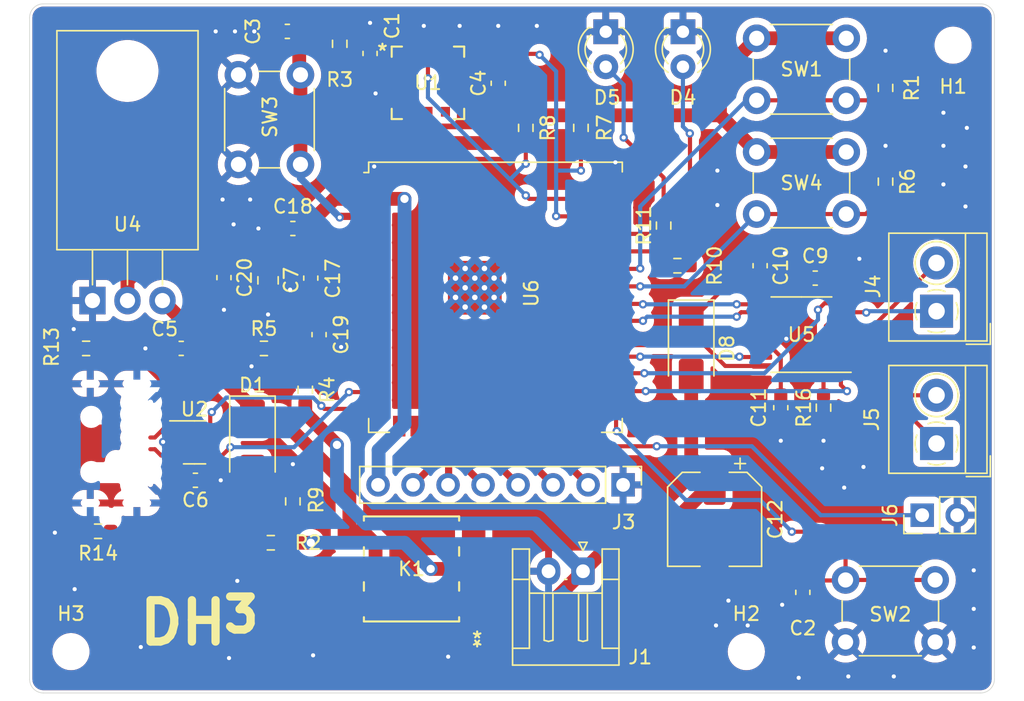
<source format=kicad_pcb>
(kicad_pcb (version 20221018) (generator pcbnew)
  (layers (0 "F.Cu" signal) (31 "B.Cu" signal) (34 "B.Paste" user) (35 "F.Paste" user) (36 "B.SilkS" user "B.Silkscreen") (37 "F.SilkS" user "F.Silkscreen") (38 "B.Mask" user) (39 "F.Mask" user) (44 "Edge.Cuts" user))
  (net 0 "")
  (net 1 "3V3")
  (net 2 "GND")
  (net 3 "VBAT")
  (net 4 "Net-(D1-K)")
  (net 5 "VBUS")
  (net 6 "RST_SCREEN")
  (net 7 "BL_SCREEN")
  (net 8 "CS")
  (net 9 "DC_SCREEN")
  (net 10 "SCK")
  (net 11 "MOSI")
  (net 12 "Net-(J4-Pin_1)")
  (net 13 "Net-(J4-Pin_2)")
  (net 14 "Net-(J5-Pin_1)")
  (net 15 "Net-(J5-Pin_2)")
  (net 16 "SCL")
  (net 17 "SDA")
  (net 22 "DRV_SLEEP")
  (net 23 "DRV_FAULT")
  (net 24 "SOLENOID_PIN_1")
  (net 25 "SOLENOID_PIN_2")
  (net 26 "MOTOR_PIN_2")
  (net 27 "MOTOR_PIN_1")
  (net 28 "Net-(U5-VCP)")
  (net 29 "Net-(U1-VO-)")
  (net 30 "Net-(U5-VINT)")
  (net 31 "Net-(D4-A)")
  (net 32 "Net-(D5-A)")
  (net 33 "Net-(J2-CC1)")
  (net 34 "Net-(J2-CC2)")
  (net 35 "Net-(U5-AISEN)")
  (net 36 "Net-(U6-EN)")
  (net 37 "Net-(U6-IO4)")
  (net 41 "Net-(U6-IO42)")
  (net 42 "Net-(U6-IO0)")
  (net 43 "Net-(U6-IO41)")
  (net 53 "Net-(U6-RXD0)")
  (net 54 "Net-(U6-TXD0)")
  (net 56 "Net-(U1-VO+)")
  (net 59 "Net-(D8-K)")
  (net 62 "Net-(J6-Pin_1)")
  (net 63 "Net-(K1-Pad2)")
  (net 64 "/D+")
  (net 65 "/D-")
  (net 66 "Net-(U6-IO19)")
  (net 67 "Net-(U6-IO20)")
  (footprint "Resistor_SMD:R_0603_1608Metric_Pad0.98x0.95mm_HandSolder" (layer "F.Cu") (at 151.9325 82.3325 -90)
    (fp_text reference "R8")
    (fp_text value "2.2K")
  )
  (footprint "Package_TO_SOT_SMD:SOT-23-6" (layer "F.Cu") (at 127.9 105.15)
    (fp_text reference "U2")
    (fp_text value "USBLC6-2SC6")
  )
  (footprint "Capacitor_SMD:C_0603_1608Metric_Pad1.08x0.95mm_HandSolder" (layer "F.Cu") (at 149.9325 79.095 90)
    (fp_text reference "C4")
    (fp_text value "1nF")
  )
  (footprint "LED_THT:LED_D3.0mm" (layer "F.Cu") (at 157.7325 75.3575 -90)
    (fp_text reference "D5")
    (fp_text value "LED")
  )
  (footprint "Button_Switch_THT:SW_PUSH_6mm" (layer "F.Cu") (at 168.6825 75.8325)
    (fp_text reference "SW1")
    (fp_text value "SW_Push")
  )
  (footprint "MountingHole:MountingHole_2.2mm_M2_ISO7380" (layer "F.Cu") (at 118.9325 120.3325)
    (fp_text reference "H3")
    (fp_text value "MountingHole")
  )
  (footprint "Capacitor_SMD:C_0603_1608Metric_Pad1.08x0.95mm_HandSolder" (layer "F.Cu") (at 168.9325 92.3325 -90)
    (fp_text reference "C10")
    (fp_text value "10uF")
  )
  (footprint "Library:11-7A801S_TOS" (layer "F.Cu") (at 143.641 114.3325 180)
    (fp_text reference "K1")
    (fp_text value "TLP4590ATP1_F")
  )
  (footprint "Resistor_SMD:R_0603_1608Metric_Pad0.98x0.95mm_HandSolder" (layer "F.Cu") (at 178.0325 79.4325 90)
    (fp_text reference "R1")
    (fp_text value "10K")
  )
  (footprint "Connector_PinHeader_2.54mm:PinHeader_1x02_P2.54mm_Vertical" (layer "F.Cu") (at 180.6925 110.4325 90)
    (fp_text reference "J6")
    (fp_text value "PPG Sensor Input")
  )
  (footprint "Resistor_SMD:R_0603_1608Metric_Pad0.98x0.95mm_HandSolder" (layer "F.Cu") (at 133.4325 112.4325)
    (fp_text reference "R2")
    (fp_text value "0")
  )
  (footprint "Resistor_SMD:R_0603_1608Metric_Pad0.98x0.95mm_HandSolder" (layer "F.Cu") (at 132.9325 98.3325)
    (fp_text reference "R5")
    (fp_text value "10K")
  )
  (footprint "Resistor_SMD:R_0603_1608Metric_Pad0.98x0.95mm_HandSolder" (layer "F.Cu") (at 135.9325 101.3325 -90)
    (fp_text reference "R4")
    (fp_text value "20K")
  )
  (footprint "Capacitor_SMD:C_0603_1608Metric_Pad1.08x0.95mm_HandSolder" (layer "F.Cu") (at 136.3325 93.2325 -90)
    (fp_text reference "C17")
    (fp_text value "22uF")
  )
  (footprint "Resistor_SMD:R_0603_1608Metric_Pad0.98x0.95mm_HandSolder" (layer "F.Cu") (at 120.9 111.6 180)
    (fp_text reference "R14")
    (fp_text value "5.1K")
  )
  (footprint "MountingHole:MountingHole_2.2mm_M2_ISO7380" (layer "F.Cu") (at 167.9325 120.3325)
    (fp_text reference "H2")
    (fp_text value "MountingHole")
  )
  (footprint "TerminalBlock_4Ucon:TerminalBlock_4Ucon_1x02_P3.50mm_Horizontal" (layer "F.Cu") (at 181.7325 95.6325 90)
    (fp_text reference "J4")
    (fp_text value "Solenoid Valve Connector")
  )
  (footprint "RF_Module:ESP32-S3-WROOM-1U" (layer "F.Cu") (at 149.7325 94.6225)
    (fp_text reference "U6")
    (fp_text value "ESP32-S3-WROOM")
  )
  (footprint "Resistor_SMD:R_0603_1608Metric_Pad0.98x0.95mm_HandSolder" (layer "F.Cu") (at 161.9325 89.42 90)
    (fp_text reference "R11")
    (fp_text value "2.2K")
  )
  (footprint "Resistor_SMD:R_0603_1608Metric_Pad0.98x0.95mm_HandSolder" (layer "F.Cu") (at 120.0325 98.3325 180)
    (fp_text reference "R13")
    (fp_text value "5.1K")
  )
  (footprint "Capacitor_SMD:C_0603_1608Metric_Pad1.08x0.95mm_HandSolder" (layer "F.Cu") (at 135.0325 89.6325 180)
    (fp_text reference "C18")
    (fp_text value "0.1uF")
  )
  (footprint "Capacitor_SMD:C_0603_1608Metric_Pad1.08x0.95mm_HandSolder" (layer "F.Cu") (at 127.9625 107.9 180)
    (fp_text reference "C6")
    (fp_text value "100nF")
  )
  (footprint "Capacitor_SMD:C_0603_1608Metric_Pad1.08x0.95mm_HandSolder" (layer "F.Cu") (at 126.9325 98.3325 180)
    (fp_text reference "C5")
    (fp_text value "10uF")
  )
  (footprint "Diode_SMD:D_SMA" (layer "F.Cu") (at 132.1 105.3 -90)
    (fp_text reference "D1")
    (fp_text value "B120-E3")
  )
  (footprint "Button_Switch_THT:SW_PUSH_6mm" (layer "F.Cu") (at 175.1325 115.1325)
    (fp_text reference "SW2")
    (fp_text value "SW_Push")
  )
  (footprint "Connector_PinHeader_2.54mm:PinHeader_1x08_P2.54mm_Vertical" (layer "F.Cu") (at 158.9925 108.2325 -90)
    (fp_text reference "J3")
    (fp_text value "Conn_01x08")
  )
  (footprint "Resistor_SMD:R_0603_1608Metric_Pad0.98x0.95mm_HandSolder" (layer "F.Cu") (at 162.9325 92.3325 180)
    (fp_text reference "R10")
    (fp_text value "2.2K")
  )
  (footprint "Resistor_SMD:R_0603_1608Metric_Pad0.98x0.95mm_HandSolder" (layer "F.Cu") (at 178.0325 86.2325 -90)
    (fp_text reference "R6")
    (fp_text value "10K")
  )
  (footprint "Package_SO:TSSOP-16_4.4x5mm_P0.65mm" (layer "F.Cu") (at 171.9325 97.3325 180)
    (fp_text reference "U5")
    (fp_text value "DRV8833PW")
  )
  (footprint "Capacitor_SMD:C_0603_1608Metric_Pad1.08x0.95mm_HandSolder" (layer "F.Cu") (at 140.6325 76.9325 90)
    (fp_text reference "C1")
    (fp_text value "0.1uF")
  )
  (footprint "Resistor_SMD:R_0603_1608Metric_Pad0.98x0.95mm_HandSolder" (layer "F.Cu") (at 173.5325 102.6325 90)
    (fp_text reference "R16")
    (fp_text value "0")
  )
  (footprint "MPRLS0025PA00001A:MPRLS_HNW" (layer "F.Cu") (at 144.832555 79.0625)
    (fp_text reference "U1")
    (fp_text value "MPRLS0025PA00001A")
  )
  (footprint "Resistor_SMD:R_0603_1608Metric_Pad0.98x0.95mm_HandSolder" (layer "F.Cu") (at 155.9325 82.3325 -90)
    (fp_text reference "R7")
    (fp_text value "2.2K")
  )
  (footprint "Capacitor_SMD:C_0603_1608Metric_Pad1.08x0.95mm_HandSolder" (layer "F.Cu") (at 170.4325 102.6325 90)
    (fp_text reference "C11")
    (fp_text value "2.2uF")
  )
  (footprint "Capacitor_SMD:C_0603_1608Metric_Pad1.08x0.95mm_HandSolder" (layer "F.Cu") (at 172.0325 116.0325 -90)
    (fp_text reference "C2")
    (fp_text value "1uF")
  )
  (footprint "Capacitor_SMD:C_0603_1608Metric_Pad1.08x0.95mm_HandSolder" (layer "F.Cu") (at 172.9325 93.2325 180)
    (fp_text reference "C9")
    (fp_text value "0.01uF")
  )
  (footprint "Button_Switch_THT:SW_PUSH_6mm" (layer "F.Cu") (at 135.5825 78.4825 -90)
    (fp_text reference "SW3")
    (fp_text value "SW_Push")
  )
  (footprint "Capacitor_SMD:CP_Elec_6.3x5.2" (layer "F.Cu") (at 165.6325 110.7325 -90)
    (fp_text reference "C12")
    (fp_text value "100uF")
  )
  (footprint "Diode_SMD:D_SMA" (layer "F.Cu") (at 163.9325 98.3325 -90)
    (fp_text reference "D8")
    (fp_text value "B120-E3")
  )
  (footprint "Resistor_SMD:R_0603_1608Metric_Pad0.98x0.95mm_HandSolder" (layer "F.Cu") (at 138.4325 76.2325 90)
    (fp_text reference "R3")
    (fp_text value "10K")
  )
  (footprint "Resistor_SMD:R_0603_1608Metric_Pad0.98x0.95mm_HandSolder" (layer "F.Cu") (at 135.0325 109.4325 90)
    (fp_text reference "R9")
    (fp_text value "100K")
  )
  (footprint "Capacitor_SMD:C_0603_1608Metric_Pad1.08x0.95mm_HandSolder" (layer "F.Cu") (at 130.0325 93.195 -90)
    (fp_text reference "C20")
    (fp_text value "10uF")
  )
  (footprint "MountingHole:MountingHole_2.2mm_M2_ISO7380" (layer "F.Cu") (at 182.9325 76.3325)
    (fp_text reference "H1")
    (fp_text value "MountingHole")
  )
  (footprint "Capacitor_SMD:C_0603_1608Metric_Pad1.08x0.95mm_HandSolder" (layer "F.Cu") (at 136.9325 97.3325 -90)
    (fp_text reference "C19")
    (fp_text value "1uF")
  )
  (footprint "Package_TO_SOT_THT:TO-220-3_Horizontal_TabDown" (layer "F.Cu") (at 120.4925 94.8625)
    (fp_text reference "U4")
    (fp_text value "LM1117T-3.3")
  )
  (footprint "Connector_JST:JST_EH_S2B-EH_1x02_P2.50mm_Horizontal" (layer "F.Cu") (at 156.0825 114.5 180)
    (fp_text reference "J1")
    (fp_text value "JST Connector")
  )
  (footprint "Capacitor_SMD:C_0603_1608Metric_Pad1.08x0.95mm_HandSolder" (layer "F.Cu") (at 134.6325 75.3325 180)
    (fp_text reference "C3")
    (fp_text value "1uF")
  )
  (footprint "Button_Switch_THT:SW_PUSH_6mm" (layer "F.Cu") (at 168.6825 84.0825)
    (fp_text reference "SW4")
    (fp_text value "SW_Push")
  )
  (footprint "LED_THT:LED_D3.0mm" (layer "F.Cu") (at 163.3325 75.3575 -90)
    (fp_text reference "D4")
    (fp_text value "LED")
  )
  (footprint "TerminalBlock_4Ucon:TerminalBlock_4Ucon_1x02_P3.50mm_Horizontal" (layer "F.Cu") (at 181.7325 105.2325 90)
    (fp_text reference "J5")
    (fp_text value "DC Pump Connector")
  )
  (footprint "Capacitor_SMD:C_0805_2012Metric_Pad1.18x1.45mm_HandSolder" (layer "F.Cu") (at 133.2325 93.395 -90)
    (fp_text reference "C7")
    (fp_text value "100uF")
  )
  (gr_line (start 185.9325 74.3325) (end 185.9325 122.3325) (stroke (width 0.05)) (layer "Edge.Cuts"))
  (gr_arc (start 184.9325 73.3325) (mid 185.639607 73.625393) (end 185.9325 74.3325) (stroke (width 0.05)) (layer "Edge.Cuts"))
  (gr_line (start 184.9325 123.3325) (end 116.9325 123.3325) (stroke (width 0.05)) (layer "Edge.Cuts"))
  (gr_arc (start 185.9325 122.3325) (mid 185.639607 123.039607) (end 184.9325 123.3325) (stroke (width 0.05)) (layer "Edge.Cuts"))
  (gr_arc (start 115.9325 74.3325) (mid 116.225393 73.625393) (end 116.9325 73.3325) (stroke (width 0.05)) (layer "Edge.Cuts"))
  (gr_arc (start 116.9325 123.3325) (mid 116.225393 123.039607) (end 115.9325 122.3325) (stroke (width 0.05)) (layer "Edge.Cuts"))
  (gr_line (start 115.9325 122.3325) (end 115.9325 74.3325) (stroke (width 0.05)) (layer "Edge.Cuts"))
  (gr_line (start 116.9325 73.3325) (end 184.9325 73.3325) (stroke (width 0.05)) (layer "Edge.Cuts"))
  (gr_text "DH^{3}" (at 123.6 120) (layer "F.SilkS") (effects (font (size 3 3) (thickness 0.6) bold) (justify left bottom)))
  (segment (start 130.0575 92.3575) (end 130.0325 92.3325) (width 1) (layer "F.Cu") (net 1))
  (segment (start 136.3325 92.37) (end 136.3325 90.07) (width 1) (layer "F.Cu") (net 1))
  (segment (start 129.4325 91.7325) (end 124.7325 91.7325) (width 1) (layer "F.Cu") (net 1))
  (segment (start 166.02 78.495) (end 168.6825 75.8325) (width 1) (layer "F.Cu") (net 1))
  (segment (start 124.7325 91.7325) (end 123.0325 93.4325) (width 1) (layer "F.Cu") (net 1))
  (segment (start 136.3325 92.37) (end 133.245 92.37) (width 1) (layer "F.Cu") (net 1))
  (segment (start 138.4325 78.795) (end 138.4325 77.145) (width 1) (layer "F.Cu") (net 1))
  (segment (start 123.0325 93.4325) (end 123.0325 94.8625) (width 1) (layer "F.Cu") (net 1))
  (segment (start 135.895 89.6325) (end 138.045 87.4825) (width 1) (layer "F.Cu") (net 1))
  (segment (start 149.92 83.4325) (end 151.9325 81.42) (width 1) (layer "F.Cu") (net 1))
  (segment (start 139.0325 83.4325) (end 139.0325 79.395) (width 1) (layer "F.Cu") (net 1))
  (segment (start 139.0325 79.395) (end 140.6325 77.795) (width 1) (layer "F.Cu") (net 1))
  (segment (start 155.9325 81.42) (end 166.02 81.42) (width 1) (layer "F.Cu") (net 1))
  (segment (start 133.2325 92.3575) (end 130.0575 92.3575) (width 1) (layer "F.Cu") (net 1))
  (segment (start 168.6825 75.8325) (end 175.1825 75.8325) (width 1) (layer "F.Cu") (net 1))
  (segment (start 138.045 87.4825) (end 139.0325 87.4825) (width 1) (layer "F.Cu") (net 1))
  (segment (start 130.0325 92.3325) (end 129.4325 91.7325) (width 1) (layer "F.Cu") (net 1))
  (segment (start 151.9325 81.42) (end 155.9325 81.42) (width 1) (layer "F.Cu") (net 1))
  (segment (start 139.0325 79.395) (end 138.4325 78.795) (width 1) (layer "F.Cu") (net 1))
  (segment (start 142.719303 77.795) (end 142.724707 77.800404) (width 1) (layer "F.Cu") (net 1))
  (segment (start 166.02 81.42) (end 168.6825 84.0825) (width 1) (layer "F.Cu") (net 1))
  (segment (start 168.6825 84.0825) (end 175.1825 84.0825) (width 1) (layer "F.Cu") (net 1))
  (segment (start 139.0325 87.4825) (end 139.0325 83.4325) (width 1) (layer "F.Cu") (net 1))
  (segment (start 133.245 92.37) (end 133.2325 92.3575) (width 1) (layer "F.Cu") (net 1))
  (segment (start 139.0325 87.4825) (end 140.9825 87.4825) (width 1) (layer "F.Cu") (net 1))
  (segment (start 166.02 81.42) (end 166.02 78.495) (width 1) (layer "F.Cu") (net 1))
  (segment (start 136.3325 90.07) (end 135.895 89.6325) (width 1) (layer "F.Cu") (net 1))
  (segment (start 140.6325 77.795) (end 142.719303 77.795) (width 1) (layer "F.Cu") (net 1))
  (segment (start 143.1325 87.4825) (end 140.9825 87.4825) (width 1) (layer "F.Cu") (net 1))
  (segment (start 139.0325 83.4325) (end 149.92 83.4325) (width 1) (layer "F.Cu") (net 1))
  (via (at 143.1325 87.4825) (size 1) (drill 0.6) (layers "F.Cu" "B.Cu") (net 1))
  (segment (start 141.2525 105.7125) (end 141.2525 108.1925) (width 1) (layer "B.Cu") (net 1))
  (segment (start 141.2525 108.1925) (end 141.2125 108.2325) (width 1) (layer "B.Cu") (net 1))
  (segment (start 143.1325 87.4825) (end 143.1325 103.8325) (width 1) (layer "B.Cu") (net 1))
  (segment (start 143.1325 103.8325) (end 141.2525 105.7125) (width 1) (layer "B.Cu") (net 1))
  (segment (start 133.77 75.3325) (end 132.2325 75.3325) (width 0.21) (layer "F.Cu") (net 2))
  (segment (start 141.5325 80.3325) (end 141.0325 79.8325) (width 0.3) (layer "F.Cu") (net 2))
  (segment (start 170.57 116.895) (end 170.5325 116.9325) (width 0.3) (layer "F.Cu") (net 2))
  (segment (start 140.9825 86.2125) (end 140.9825 85.1825) (width 0.3) (layer "F.Cu") (net 2))
  (segment (start 165.6325 115.6325) (end 166.6325 116.6325) (width 0.3) (layer "F.Cu") (net 2))
  (segment (start 126.7625 105.15) (end 125.65 105.15) (width 0.3) (layer "F.Cu") (net 2))
  (segment (start 170.695 91.47) (end 170.7325 91.4325) (width 0.3) (layer "F.Cu") (net 2))
  (segment (start 158.4825 86.2125) (end 158.4825 84.8825) (width 0.3) (layer "F.Cu") (net 2))
  (segment (start 136.3325 94.095) (end 134.8575 94.095) (width 0.3) (layer "F.Cu") (net 2))
  (segment (start 134.2075 89.6325) (end 132.5325 89.6325) (width 0.3) (layer "F.Cu") (net 2))
  (segment (start 117.765 111.7) (end 119.5875 111.7) (width 0.3) (layer "F.Cu") (net 2))
  (segment (start 125.65 105.15) (end 125.616766 105.116766) (width 0.3) (layer "F.Cu") (net 2))
  (segment (start 170.8075 97.6575) (end 170.8325 97.6325) (width 0.3) (layer "F.Cu") (net 2))
  (segment (start 136.9325 98.195) (end 138.495 98.195) (width 0.3) (layer "F.Cu") (net 2))
  (segment (start 178.0325 85.32) (end 178.0325 83.6325) (width 0.3) (layer "F.Cu") (net 2))
  (segment (start 135.0325 108.52) (end 135.0325 106.7325) (width 0.3) (layer "F.Cu") (net 2))
  (segment (start 132.02 98.3325) (end 132.02 99.62) (width 0.3) (layer "F.Cu") (net 2))
  (segment (start 168.9325 91.47) (end 170.695 91.47) (width 0.3) (layer "F.Cu") (net 2))
  (segment (start 140.6325 76.07) (end 140.6325 74.71375) (width 0.3) (layer "F.Cu") (net 2))
  (segment (start 158.4825 84.8825) (end 158.4325 84.8325) (width 0.3) (layer "F.Cu") (net 2))
  (segment (start 119.12 98.3325) (end 119.12 96.945) (width 0.3) (layer "F.Cu") (net 2))
  (segment (start 165.6325 113.5325) (end 165.6325 115.6325) (width 0.3) (layer "F.Cu") (net 2))
  (segment (start 170.4325 103.495) (end 170.4325 105.0325) (width 0.3) (layer "F.Cu") (net 2))
  (segment (start 169.07 97.6575) (end 170.8075 97.6575) (width 0.3) (layer "F.Cu") (net 2))
  (segment (start 128.825 107.9) (end 129.8 107.9) (width 0.3) (layer "F.Cu") (net 2))
  (segment (start 172.0325 116.895) (end 170.57 116.895) (width 0.3) (layer "F.Cu") (net 2))
  (segment (start 173.5325 103.545) (end 173.5325 105.0325) (width 0.3) (layer "F.Cu") (net 2))
  (segment (start 133.2325 94.4325) (end 133.2325 95.87) (width 0.3) (layer "F.Cu") (net 2))
  (segment (start 138.495 98.195) (end 138.5325 98.2325) (width 0.3) (layer "F.Cu") (net 2))
  (segment (start 132.02 99.62) (end 132.0325 99.6325) (width 0.3) (layer "F.Cu") (net 2))
  (segment (start 178.0325 76.7325) (end 178.0325 78.52) (width 0.3) (layer "F.Cu") (net 2))
  (segment (start 140.9825 85.1825) (end 140.9325 85.1325) (width 0.3) (layer "F.Cu") (net 2))
  (segment (start 126.07 98.3325) (end 124.3325 98.3325) (width 0.3) (layer "F.Cu") (net 2))
  (segment (start 130.0325 94.0575) (end 130.0325 95.5325) (width 0.3) (layer "F.Cu") (net 2))
  (segment (start 119.12 96.945) (end 119.1325 96.9325) (width 0.3) (layer "F.Cu") (net 2))
  (segment (start 142.73261 80.3325) (end 141.5325 80.3325) (width 0.3) (layer "F.Cu") (net 2))
  (via (at 129.8 107.9) (size 0.6) (drill 0.3) (layers "F.Cu" "B.Cu") (net 2))
  (via (at 131 115.2) (size 0.6) (drill 0.3) (layers "F.Cu" "B.Cu") (net 2))
  (via (at 173.4325 107.0325) (size 0.6) (drill 0.3) (layers "F.Cu" "B.Cu") (net 2))
  (via (at 136.5 120.6) (size 0.6) (drill 0.3) (layers "F.Cu" "B.Cu") (net 2))
  (via (at 170.4325 105.0325) (size 0.6) (drill 0.3) (layers "F.Cu" "B.Cu") (net 2))
  (via (at 168.0325 118.4325) (size 0.6) (drill 0.3) (layers "F.Cu" "B.Cu") (net 2))
  (via (at 138.5325 98.2325) (size 0.6) (drill 0.3) (layers "F.Cu" "B.Cu") (net 2))
  (via (at 158.4325 84.8325) (size 0.6) (drill 0.3) (layers "F.Cu" "B.Cu") (net 2))
  (via (at 134.8325 94.07) (size 0.6) (drill 0.3) (layers "F.Cu" "B.Cu") (net 2))
  (via (at 173.5325 105.0325) (size 0.6) (drill 0.3) (layers "F.Cu" "B.Cu") (net 2))
  (via (at 117.765 111.7) (size 0.6) (drill 0.3) (layers "F.Cu" "B.Cu") (net 2))
  (via (at 178.6325 122.1325) (size 0.6) (drill 0.3) (layers "F.Cu" "B.Cu") (net 2))
  (via (at 165.7325 118.4325) (size 0.6) (drill 0.3) (layers "F.Cu" "B.Cu") (net 2))
  (via (at 184.4325 114.4325) (size 0.6) (drill 0.3) (layers "F.Cu" "B.Cu") (net 2))
  (via (at 175.3325 122.1325) (size 0.6) (drill 0.3) (layers "F.Cu" "B.Cu") (net 2))
  (via (at 132.5325 89.6325) (size 0.6) (drill 0.3) (layers "F.Cu" "B.Cu") (net 2))
  (via (at 124.3325 98.3325) (size 0.6) (drill 0.3) (layers "F.Cu" "B.Cu") (net 2))
  (via (at 140.6325 74.71375) (size 0.6) (drill 0.3) (layers "F.Cu" "B.Cu") (net 2))
  (via (at 176.1325 91.8325) (size 0.6) (drill 0.3) (layers "F.Cu" "B.Cu") (net 2))
  (via (at 165.8325 85.4325) (size 0.6) (drill 0.3) (layers "F.Cu" "B.Cu") (net 2))
  (via (at 130.8325 75.3325) (size 0.6) (drill 0.3) (layers "F.Cu" "B.Cu") (net 2))
  (via (at 183.8325 88.0325) (size 0.6) (drill 0.3) (layers "F.Cu" "B.Cu") (net 2))
  (via (at 182.2325 83.6325) (size 0.6) (drill 0.3) (layers "F.Cu" "B.Cu") (net 2))
  (via (at 170.8325 97.6325) (size 0.6) (drill 0.3) (layers "F.Cu" "B.Cu") (net 2))
  (via (at 183.8325 85.1325) (size 0.6) (drill 0.3) (layers "F.Cu" "B.Cu") (net 2))
  (via (at 178.0325 76.7325) (size 0.6) (drill 0.3) (layers "F.Cu" "B.Cu") (net 2))
  (via (at 130.7325 89.3325) (size 0.6) (drill 0.3) (layers "F.Cu" "B.Cu") (net 2))
  (via (at 147.1325 74.9325) (size 0.6) (drill 0.3) (layers "F.Cu" "B.Cu") (net 2))
  (via (at 170.7325 91.4325) (size 0.6) (drill 0.3) (layers "F.Cu" "B.Cu") (net 2))
  (via (at 171.7325 122.2325) (size 0.6) (drill 0.3) (layers "F.Cu" "B.Cu") (net 2))
  (via (at 170.5325 116.9325) (size 0.6) (drill 0.3) (layers "F.Cu" "B.Cu") (net 2))
  (via (at 131.9325 87.5325) (size 0.6) (drill 0.3) (layers "F.Cu" "B.Cu") (net 2))
  (via (at 140.9325 85.1325) (size 0.6) (drill 0.3) (layers "F.Cu" "B.Cu") (net 2))
  (via (at 129.9325 87.5325) (size 0.6) (drill 0.3) (layers "F.Cu" "B.Cu") (net 2))
  (via (at 144.5325 74.9325) (size 0.6) (drill 0.3) (layers "F.Cu" "B.Cu") (net 2))
  (via (at 166.6325 116.6325) (size 0.6) (drill 0.3) (layers "F.Cu" "B.Cu") (net 2))
  (via (at 124 120) (size 0.6) (drill 0.3) (layers "F.Cu" "B.Cu") (net 2))
  (via (at 141.0325 79.8325) (size 0.6) (drill 0.3) (layers "F.Cu" "B.Cu") (net 2))
  (via (at 119.2 115.8) (size 0.6) (drill 0.3) (layers "F.Cu" "B.Cu") (net 2))
  (via (at 149.9325 74.9325) (size 0.6) (drill 0.3) (layers "F.Cu" "B.Cu") (net 2))
  (via (at 133.2325 95.87) (size 0.6) (drill 0.3) (layers "F.Cu" "B.Cu") (net 2))
  (via (at 135.0325 106.7325) (size 0.6) (drill 0.3) (layers "F.Cu" "B.Cu") (net 2))
  (via (at 152.7325 74.9325) (size 0.6) (drill 0.3) (layers "F.Cu" "B.Cu") (net 2))
  (via (at 130.0325 95.5325) (size 0.6) (drill 0.3) (layers "F.Cu" "B.Cu") (net 2))
  (via (at 125.616766 105.116766) (size 0.6) (drill 0.3) (layers "F.Cu" "B.Cu") (net 2))
  (via (at 176.4325 106.9325) (size 0.6) (drill 0.3) (layers "F.Cu" "B.Cu") (net 2))
  (via (at 175.0325 108.4325) (size 0.6) (drill 0.3) (layers "F.Cu" "B.Cu") (net 2))
  (via (at 132.2325 75.3325) (size 0.6) (drill 0.3) (layers "F.Cu" "B.Cu") (net 2))
  (via (at 184.4325 120.0325) (size 0.6) (drill 0.3) (layers "F.Cu" "B.Cu") (net 2))
  (via (at 182.2325 81.2325) (size 0.6) (drill 0.3) (layers "F.Cu" "B.Cu") (net 2))
  (via (at 132.0325 99.6325) (size 0.6) (drill 0.3) (layers "F.Cu" "B.Cu") (net 2))
  (via (at 165.8325 87.9325) (size 0.6) (drill 0.3) (layers "F.Cu" "B.Cu") (net 2))
  (via (at 119.1325 96.9325) (size 0.6) (drill 0.3) (layers "F.Cu" "B.Cu") (net 2))
  (via (at 182.2325 86.4325) (size 0.6) (drill 0.3) (layers "F.Cu" "B.Cu") (net 2))
  (via (at 183.9325 82.3325) (size 0.6) (drill 0.3) (layers "F.Cu" "B.Cu") (net 2))
  (via (at 146.3 120.7) (size 0.6) (drill 0.3) (layers "F.Cu" "B.Cu") (net 2))
  (via (at 129.4325 75.3325) (size 0.6) (drill 0.3) (layers "F.Cu" "B.Cu") (net 2))
  (via (at 178.0325 83.6325) (size 0.6) (drill 0.3) (layers "F.Cu" "B.Cu") (net 2))
  (via (at 184.4325 117.2325) (size 0.6) (drill 0.3) (layers "F.Cu" "B.Cu") (net 2))
  (via (at 130.4 120.8) (size 0.6) (drill 0.3) (layers "F.Cu" "B.Cu") (net 2))
  (segment (start 148.1495 116.8725) (end 153.71 116.8725) (width 1) (layer "F.Cu") (net 3))
  (segment (start 135.9325 103.0325) (end 138.2325 105.3325) (width 1) (layer "F.Cu") (net 3))
  (segment (start 162.4325 111.1325) (end 165.6325 107.9325) (width 1) (layer "F.Cu") (net 3))
  (segment (start 156.0825 114.5) (end 159.45 111.1325) (width 1) (layer "F.Cu") (net 3))
  (segment (start 165.6325 107.9325) (end 163.9325 106.2325) (width 1) (layer "F.Cu") (net 3))
  (segment (start 163.9325 106.2325) (end 163.9325 100.3325) (width 1) (layer "F.Cu") (net 3))
  (segment (start 159.45 111.1325) (end 162.4325 111.1325) (width 1) (layer "F.Cu") (net 3))
  (segment (start 135.9325 102.245) (end 135.9325 103.0325) (width 1) (layer "F.Cu") (net 3))
  (segment (start 153.71 116.8725) (end 156.0825 114.5) (width 1) (layer "F.Cu") (net 3))
  (via (at 138.2325 105.3325) (size 1) (drill 0.6) (layers "F.Cu" "B.Cu") (net 3))
  (segment (start 140.3325 111.0325) (end 152.615 111.0325) (width 1) (layer "B.Cu") (net 3))
  (segment (start 138.2325 108.9325) (end 140.3325 111.0325) (width 1) (layer "B.Cu") (net 3))
  (segment (start 152.615 111.0325) (end 156.0825 114.5) (width 1) (layer "B.Cu") (net 3))
  (segment (start 138.2325 105.3325) (end 138.2325 108.9325) (width 1) (layer "B.Cu") (net 3))
  (segment (start 139.1325 111.7925) (end 140.2925 111.7925) (width 1) (layer "F.Cu") (net 4))
  (segment (start 134 103.3) (end 139.1325 108.4325) (width 1) (layer "F.Cu") (net 4))
  (segment (start 132.1 103.3) (end 134 103.3) (width 1) (layer "F.Cu") (net 4))
  (segment (start 141.0325 112.5325) (end 141.0325 116.1325) (width 1) (layer "F.Cu") (net 4))
  (segment (start 127.795 98.3325) (end 132.1 102.6375) (width 1) (layer "F.Cu") (net 4))
  (segment (start 140.2925 111.7925) (end 141.0325 112.5325) (width 1) (layer "F.Cu") (net 4))
  (segment (start 132.1 102.6375) (end 132.1 103.3) (width 1) (layer "F.Cu") (net 4))
  (segment (start 141.0325 116.1325) (end 140.2925 116.8725) (width 1) (layer "F.Cu") (net 4))
  (segment (start 140.2925 116.8725) (end 139.1325 116.8725) (width 1) (layer "F.Cu") (net 4))
  (segment (start 139.1325 108.4325) (end 139.1325 111.7925) (width 1) (layer "F.Cu") (net 4))
  (segment (start 127.795 97.085) (end 127.795 98.3325) (width 1) (layer "F.Cu") (net 4))
  (segment (start 125.5725 94.8625) (end 127.795 97.085) (width 1) (layer "F.Cu") (net 4))
  (segment (start 132.52 112.4325) (end 131.1575 112.4325) (width 1) (layer "F.Cu") (net 5))
  (segment (start 131.1575 112.4325) (end 129.0625 110.3375) (width 1) (layer "F.Cu") (net 5))
  (segment (start 127.1 107.9) (end 127.1 107.28767) (width 0.52) (layer "F.Cu") (net 5))
  (segment (start 127.1 108.375) (end 127.1 107.9) (width 1) (layer "F.Cu") (net 5))
  (segment (start 129.0625 110.3375) (end 127.1 108.375) (width 1) (layer "F.Cu") (net 5))
  (segment (start 127.915 105.69733) (end 128.46233 105.15) (width 0.52) (layer "F.Cu") (net 5))
  (segment (start 135.0325 110.345) (end 129.07 110.345) (width 1) (layer "F.Cu") (net 5))
  (segment (start 129.07 110.345) (end 129.0625 110.3375) (width 1) (layer "F.Cu") (net 5))
  (segment (start 127.1 107.28767) (end 127.915 106.47267) (width 0.52) (layer "F.Cu") (net 5))
  (segment (start 128.46233 105.15) (end 129.0375 105.15) (width 0.52) (layer "F.Cu") (net 5))
  (segment (start 132.1 107.3) (end 129.0625 110.3375) (width 1) (layer "F.Cu") (net 5))
  (segment (start 126 107.9) (end 127.1 107.9) (width 0.52) (layer "F.Cu") (net 5))
  (segment (start 127.915 106.47267) (end 127.915 105.69733) (width 0.52) (layer "F.Cu") (net 5))
  (segment (start 151.6325 106.6325) (end 152.3125 106.6325) (width 0.52) (layer "F.Cu") (net 6))
  (segment (start 152.3125 106.6325) (end 153.9125 108.2325) (width 0.52) (layer "F.Cu") (net 6))
  (segment (start 150.3675 103.9725) (end 150.3675 105.3675) (width 0.52) (layer "F.Cu") (net 6))
  (segment (start 150.3675 105.3675) (end 151.6325 106.6325) (width 0.52) (layer "F.Cu") (net 6))
  (segment (start 145.2875 106.6975) (end 143.7525 108.2325) (width 0.52) (layer "F.Cu") (net 7))
  (segment (start 145.2875 103.9725) (end 145.2875 106.6975) (width 0.52) (layer "F.Cu") (net 7))
  (segment (start 146.3325 108.1925) (end 146.3325 104.1975) (width 0.52) (layer "F.Cu") (net 8))
  (segment (start 146.2925 108.2325) (end 146.3325 108.1925) (width 0.52) (layer "F.Cu") (net 8))
  (segment (start 146.3325 104.1975) (end 146.5575 103.9725) (width 0.52) (layer "F.Cu") (net 8))
  (segment (start 151.6375 104.7225) (end 153.4475 106.5325) (width 0.52) (layer "F.Cu") (net 9))
  (segment (start 153.4475 106.5325) (end 154.7525 106.5325) (width 0.52) (layer "F.Cu") (net 9))
  (segment (start 151.6375 103.9725) (end 151.6375 104.7225) (width 0.52) (layer "F.Cu") (net 9))
  (segment (start 154.7525 106.5325) (end 156.4525 108.2325) (width 0.52) (layer "F.Cu") (net 9))
  (segment (start 151.3725 108.2325) (end 149.0975 105.9575) (width 0.52) (layer "F.Cu") (net 10))
  (segment (start 148.9325 104.1375) (end 149.0975 103.9725) (width 0.52) (layer "F.Cu") (net 10))
  (segment (start 149.0975 105.9575) (end 149.0975 103.9725) (width 0.52) (layer "F.Cu") (net 10))
  (segment (start 147.9325 104.0775) (end 147.8275 103.9725) (width 0.52) (layer "F.Cu") (net 11))
  (segment (start 147.8275 107.2275) (end 147.8275 103.9725) (width 0.52) (layer "F.Cu") (net 11))
  (segment (start 148.8325 108.2325) (end 147.8275 107.2275) (width 0.52) (layer "F.Cu") (net 11))
  (segment (start 174.795 95.7075) (end 176.6075 95.7075) (width 0.3) (layer "F.Cu") (net 12))
  (segment (start 176.6075 95.7075) (end 176.6325 95.7325) (width 0.3) (layer "F.Cu") (net 12))
  (via (at 176.6325 95.7325) (size 0.6) (drill 0.3) (layers "F.Cu" "B.Cu") (net 12))
  (segment (start 176.6325 95.7325) (end 176.7325 95.6325) (width 0.3) (layer "B.Cu") (net 12))
  (segment (start 176.7325 95.6325) (end 181.7325 95.6325) (width 0.3) (layer "B.Cu") (net 12))
  (segment (start 174.795 97.095) (end 174.8075 97.1075) (width 0.3) (layer "F.Cu") (net 13))
  (segment (start 174.795 97.0075) (end 174.795 97.095) (width 0.3) (layer "F.Cu") (net 13))
  (segment (start 174.8075 97.1075) (end 176.7575 97.1075) (width 0.3) (layer "F.Cu") (net 13))
  (segment (start 176.7575 97.1075) (end 181.7325 92.1325) (width 0.3) (layer "F.Cu") (net 13))
  (segment (start 174.795 98.9575) (end 175.518898 98.9575) (width 0.3) (layer "F.Cu") (net 14))
  (segment (start 175.518898 98.9575) (end 181.7325 105.171102) (width 0.3) (layer "F.Cu") (net 14))
  (segment (start 181.7325 105.171102) (end 181.7325 105.2325) (width 0.3) (layer "F.Cu") (net 14))
  (segment (start 174.795 97.6575) (end 175.518898 97.6575) (width 0.3) (layer "F.Cu") (net 15))
  (segment (start 175.518898 97.6575) (end 179.593898 101.7325) (width 0.3) (layer "F.Cu") (net 15))
  (segment (start 179.593898 101.7325) (end 181.7325 101.7325) (width 0.3) (layer "F.Cu") (net 15))
  (segment (start 154.1525 88.7525) (end 158.4825 88.7525) (width 0.3) (layer "F.Cu") (net 16))
  (segment (start 154.1325 88.7325) (end 154.1525 88.7525) (width 0.3) (layer "F.Cu") (net 16))
  (segment (start 152.862502 76.962502) (end 152.9325 77.0325) (width 0.3) (layer "F.Cu") (net 16))
  (segment (start 146.102555 76.962502) (end 152.862502 76.962502) (width 0.3) (layer "F.Cu") (net 16))
  (segment (start 155.9325 83.245) (end 155.9325 85.4325) (width 0.3) (layer "F.Cu") (net 16))
  (via (at 155.9325 85.4325) (size 0.6) (drill 0.3) (layers "F.Cu" "B.Cu") (net 16))
  (via (at 152.9325 77.0325) (size 0.6) (drill 0.3) (layers "F.Cu" "B.Cu") (net 16))
  (via (at 154.1325 88.7325) (size 0.6) (drill 0.3) (layers "F.Cu" "B.Cu") (net 16))
  (segment (start 154.1325 85.4325) (end 154.1325 88.7325) (width 0.3) (layer "B.Cu") (net 16))
  (segment (start 155.9325 85.4325) (end 154.1325 85.4325) (width 0.3) (layer "B.Cu") (net 16))
  (segment (start 154.1325 78.2325) (end 154.1325 85.4325) (width 0.3) (layer "B.Cu") (net 16))
  (segment (start 152.9325 77.0325) (end 154.1325 78.2325) (width 0.3) (layer "B.Cu") (net 16))
  (segment (start 152.1825 87.4825) (end 158.4825 87.4825) (width 0.3) (layer "F.Cu") (net 17))
  (segment (start 144.832555 76.962502) (end 144.832555 78.732445) (width 0.3) (layer "F.Cu") (net 17))
  (segment (start 144.832555 78.732445) (end 144.8325 78.7325) (width 0.3) (layer "F.Cu") (net 17))
  (segment (start 151.9325 87.2325) (end 152.1825 87.4825) (width 0.3) (layer "F.Cu") (net 17))
  (segment (start 151.9325 83.245) (end 151.9325 84.9325) (width 0.3) (layer "F.Cu") (net 17))
  (via (at 144.8325 78.7325) (size 0.6) (drill 0.3) (layers "F.Cu" "B.Cu") (net 17))
  (via (at 151.9325 84.9325) (size 0.6) (drill 0.3) (layers "F.Cu" "B.Cu") (net 17))
  (via (at 151.9325 87.2325) (size 0.6) (drill 0.3) (layers "F.Cu" "B.Cu") (net 17))
  (segment (start 151.9325 84.9325) (end 150.7825 86.0825) (width 0.3) (layer "B.Cu") (net 17))
  (segment (start 144.8325 80.1325) (end 150.7825 86.0825) (width 0.3) (layer "B.Cu") (net 17))
  (segment (start 150.7825 86.0825) (end 151.9325 87.2325) (width 0.3) (layer "B.Cu") (net 17))
  (segment (start 144.8325 78.7325) (end 144.8325 80.1325) (width 0.3) (layer "B.Cu") (net 17))
  (segment (start 174.795 100.995) (end 175.2325 101.4325) (width 0.3) (layer "F.Cu") (net 22))
  (segment (start 174.795 99.6075) (end 174.795 100.995) (width 0.3) (layer "F.Cu") (net 22))
  (segment (start 160.6325 101.4325) (end 158.5025 101.4325) (width 0.3) (layer "F.Cu") (net 22))
  (segment (start 158.5025 101.4325) (end 158.4825 101.4525) (width 0.3) (layer "F.Cu") (net 22))
  (via (at 160.6325 101.4325) (size 0.6) (drill 0.3) (layers "F.Cu" "B.Cu") (net 22))
  (via (at 175.2325 101.4325) (size 0.6) (drill 0.3) (layers "F.Cu" "B.Cu") (net 22))
  (segment (start 175.2325 101.4325) (end 160.6325 101.4325) (width 0.3) (layer "B.Cu") (net 22))
  (segment (start 158.5325 100.1325) (end 158.4825 100.1825) (width 0.3) (layer "F.Cu") (net 23))
  (segment (start 174.795 95.0575) (end 173.6075 95.0575) (width 0.3) (layer "F.Cu") (net 23))
  (segment (start 173.6075 95.0575) (end 173.1325 95.5325) (width 0.3) (layer "F.Cu") (net 23))
  (segment (start 160.5325 100.1325) (end 158.5325 100.1325) (width 0.3) (layer "F.Cu") (net 23))
  (via (at 173.1325 95.5325) (size 0.6) (drill 0.3) (layers "F.Cu" "B.Cu") (net 23))
  (via (at 160.5325 100.1325) (size 0.6) (drill 0.3) (layers "F.Cu" "B.Cu") (net 23))
  (segment (start 169.251739 100.1325) (end 160.5325 100.1325) (width 0.3) (layer "B.Cu") (net 23))
  (segment (start 173.1325 96.251739) (end 169.251739 100.1325) (width 0.3) (layer "B.Cu") (net 23))
  (segment (start 173.1325 95.5325) (end 173.1325 96.251739) (width 0.3) (layer "B.Cu") (net 23))
  (segment (start 160.4025 95.1025) (end 160.4325 95.1325) (width 0.3) (layer "F.Cu") (net 24))
  (segment (start 158.4825 95.1025) (end 160.4025 95.1025) (width 0.3) (layer "F.Cu") (net 24))
  (segment (start 167.2325 95.1325) (end 168.995 95.1325) (width 0.3) (layer "F.Cu") (net 24))
  (segment (start 168.995 95.1325) (end 169.07 95.0575) (width 0.3) (layer "F.Cu") (net 24))
  (via (at 167.2325 95.1325) (size 0.6) (drill 0.3) (layers "F.Cu" "B.Cu") (net 24))
  (via (at 160.4325 95.1325) (size 0.6) (drill 0.3) (layers "F.Cu" "B.Cu") (net 24))
  (segment (start 160.4325 95.1325) (end 167.2325 95.1325) (width 0.3) (layer "B.Cu") (net 24))
  (segment (start 160.4325 96.3325) (end 158.5225 96.3325) (width 0.3) (layer "F.Cu") (net 25))
  (segment (start 169.07 95.7075) (end 167.5575 95.7075) (width 0.3) (layer "F.Cu") (net 25))
  (segment (start 167.5575 95.7075) (end 167.2325 96.0325) (width 0.3) (layer "F.Cu") (net 25))
  (segment (start 158.5225 96.3325) (end 158.4825 96.3725) (width 0.3) (layer "F.Cu") (net 25))
  (via (at 160.4325 96.3325) (size 0.6) (drill 0.3) (layers "F.Cu" "B.Cu") (net 25))
  (via (at 167.2325 96.0325) (size 0.6) (drill 0.3) (layers "F.Cu" "B.Cu") (net 25))
  (segment (start 167.2325 96.0325) (end 160.7325 96.0325) (width 0.3) (layer "B.Cu") (net 25))
  (segment (start 160.7325 96.0325) (end 160.4325 96.3325) (width 0.3) (layer "B.Cu") (net 25))
  (segment (start 167.4575 98.9575) (end 167.4325 98.9325) (width 0.3) (layer "F.Cu") (net 26))
  (segment (start 169.07 98.9575) (end 167.4575 98.9575) (width 0.3) (layer "F.Cu") (net 26))
  (segment (start 160.2325 98.9325) (end 158.5025 98.9325) (width 0.3) (layer "F.Cu") (net 26))
  (segment (start 158.5025 98.9325) (end 158.4825 98.9125) (width 0.3) (layer "F.Cu") (net 26))
  (via (at 160.2325 98.9325) (size 0.6) (drill 0.3) (layers "F.Cu" "B.Cu") (net 26))
  (via (at 167.4325 98.9325) (size 0.6) (drill 0.3) (layers "F.Cu" "B.Cu") (net 26))
  (segment (start 167.4325 98.9325) (end 160.2325 98.9325) (width 0.3) (layer "B.Cu") (net 26))
  (segment (start 169.07 99.6075) (end 166.4075 99.6075) (width 0.3) (layer "F.Cu") (net 27))
  (segment (start 164.8925 98.0925) (end 158.9325 98.0925) (width 0.3) (layer "F.Cu") (net 27))
  (segment (start 166.4075 99.6075) (end 164.8925 98.0925) (width 0.3) (layer "F.Cu") (net 27))
  (segment (start 158.9325 98.0925) (end 158.4825 97.6425) (width 0.3) (layer "F.Cu") (net 27))
  (segment (start 170.67 96.3575) (end 173.795 93.2325) (width 0.3) (layer "F.Cu") (net 28))
  (segment (start 169.07 96.3575) (end 170.67 96.3575) (width 0.3) (layer "F.Cu") (net 28))
  (segment (start 149.9325 79.9575) (end 149.5575 80.3325) (width 0.3) (layer "F.Cu") (net 29))
  (segment (start 149.5575 80.3325) (end 146.9325 80.3325) (width 0.3) (layer "F.Cu") (net 29))
  (segment (start 169.07 98.3075) (end 169.8075 98.3075) (width 0.3) (layer "F.Cu") (net 30))
  (segment (start 170.4325 98.9325) (end 170.4325 101.77) (width 0.3) (layer "F.Cu") (net 30))
  (segment (start 169.8075 98.3075) (end 170.4325 98.9325) (width 0.3) (layer "F.Cu") (net 30))
  (segment (start 163.845 82.745) (end 163.8325 82.7325) (width 0.3) (layer "F.Cu") (net 31))
  (segment (start 163.845 92.3325) (end 163.845 82.745) (width 0.3) (layer "F.Cu") (net 31))
  (via (at 163.8325 82.7325) (size 0.6) (drill 0.3) (layers "F.Cu" "B.Cu") (net 31))
  (segment (start 163.3325 82.2325) (end 163.3325 77.8975) (width 0.3) (layer "B.Cu") (net 31))
  (segment (start 163.8325 82.7325) (end 163.3325 82.2325) (width 0.3) (layer "B.Cu") (net 31))
  (segment (start 161.9325 85.9325) (end 159.0325 83.0325) (width 0.3) (layer "F.Cu") (net 32))
  (segment (start 161.9325 88.5075) (end 161.9325 85.9325) (width 0.3) (layer "F.Cu") (net 32))
  (via (at 159.0325 83.0325) (size 0.6) (drill 0.3) (layers "F.Cu" "B.Cu") (net 32))
  (segment (start 159.0325 79.1975) (end 157.7325 77.8975) (width 0.3) (layer "B.Cu") (net 32))
  (segment (start 159.0325 83.0325) (end 159.0325 79.1975) (width 0.3) (layer "B.Cu") (net 32))
  (segment (start 123.2325 98.3325) (end 120.945 98.3325) (width 0.52) (layer "F.Cu") (net 33))
  (segment (start 125.7 100.8) (end 123.2325 98.3325) (width 0.52) (layer "F.Cu") (net 33))
  (segment (start 121.8 111.5875) (end 121.8125 111.6) (width 0.52) (layer "F.Cu") (net 34))
  (segment (start 174.0575 98.3075) (end 174.795 98.3075) (width 0.3) (layer "F.Cu") (net 35))
  (segment (start 174.0575 96.3575) (end 173.7075 96.7075) (width 0.3) (layer "F.Cu") (net 35))
  (segment (start 173.7075 98.0075) (end 174.0075 98.3075) (width 0.3) (layer "F.Cu") (net 35))
  (segment (start 173.7075 96.7075) (end 173.7075 98.0075) (width 0.3) (layer "F.Cu") (net 35))
  (segment (start 174.795 96.3575) (end 174.0575 96.3575) (width 0.3) (layer "F.Cu") (net 35))
  (segment (start 174.0075 98.3075) (end 174.795 98.3075) (width 0.3) (layer "F.Cu") (net 35))
  (segment (start 173.5325 98.8325) (end 174.0575 98.3075) (width 0.3) (layer "F.Cu") (net 35))
  (segment (start 173.5325 101.72) (end 173.5325 98.8325) (width 0.3) (layer "F.Cu") (net 35))
  (segment (start 135.5825 78.4825) (end 135.5825 84.9825) (width 1) (layer "F.Cu") (net 36))
  (segment (start 135.495 78.395) (end 135.5825 78.4825) (width 1) (layer "F.Cu") (net 36))
  (segment (start 138.5125 88.7525) (end 138.4325 88.8325) (width 0.52) (layer "F.Cu") (net 36))
  (segment (start 140.9825 88.7525) (end 138.5125 88.7525) (width 0.52) (layer "F.Cu") (net 36))
  (segment (start 135.5075 75.32) (end 135.495 75.3325) (width 1) (layer "F.Cu") (net 36))
  (segment (start 135.495 75.3325) (end 135.495 78.395) (width 1) (layer "F.Cu") (net 36))
  (segment (start 138.4325 75.32) (end 135.5075 75.32) (width 1) (layer "F.Cu") (net 36))
  (via (at 138.4325 88.8325) (size 0.6) (drill 0.3) (layers "F.Cu" "B.Cu") (net 36))
  (segment (start 138.4325 88.8325) (end 135.5825 85.9825) (width 0.52) (layer "B.Cu") (net 36))
  (segment (start 135.5825 85.9825) (end 135.5825 84.9825) (width 0.52) (layer "B.Cu") (net 36))
  (segment (start 133.845 98.3325) (end 135.7075 96.47) (width 1) (layer "F.Cu") (net 37))
  (segment (start 140.9825 90.0225) (end 140.06255 90.0225) (width 1) (layer "F.Cu") (net 37))
  (segment (start 138.4325 94.97) (end 136.9325 96.47) (width 1) (layer "F.Cu") (net 37))
  (segment (start 135.7075 96.47) (end 136.9325 96.47) (width 1) (layer "F.Cu") (net 37))
  (segment (start 138.4325 91.65255) (end 138.4325 94.97) (width 1) (layer "F.Cu") (net 37))
  (segment (start 140.06255 90.0225) (end 138.4325 91.65255) (width 1) (layer "F.Cu") (net 37))
  (segment (start 135.9325 100.42) (end 133.845 98.3325) (width 1) (layer "F.Cu") (net 37))
  (segment (start 175.1825 80.3325) (end 168.6825 80.3325) (width 0.3) (layer "F.Cu") (net 41))
  (segment (start 175.1825 80.3325) (end 178.02 80.3325) (width 0.3) (layer "F.Cu") (net 41))
  (segment (start 178.02 80.3325) (end 178.0325 80.345) (width 0.3) (layer "F.Cu") (net 41))
  (segment (start 158.4825 92.5625) (end 160.2025 92.5625) (width 0.3) (layer "F.Cu") (net 41))
  (segment (start 160.2025 92.5625) (end 160.2325 92.5325) (width 0.3) (layer "F.Cu") (net 41))
  (segment (start 177.845 80.3325) (end 177.9325 80.245) (width 0.3) (layer "F.Cu") (net 41))
  (segment (start 178.0325 80.345) (end 177.9325 80.345) (width 0.3) (layer "F.Cu") (net 41))
  (via (at 160.2325 92.5325) (size 0.6) (drill 0.3) (layers "F.Cu" "B.Cu") (net 41))
  (segment (start 160.2325 92.5325) (end 160.2325 88.0325) (width 0.3) (layer "B.Cu") (net 41))
  (segment (start 167.9325 80.3325) (end 168.6825 80.3325) (width 0.3) (layer "B.Cu") (net 41))
  (segment (start 160.2325 88.0325) (end 167.9325 80.3325) (width 0.3) (layer "B.Cu") (net 41))
  (segment (start 172.0325 115.17) (end 175.095 115.17) (width 0.3) (layer "F.Cu") (net 42))
  (segment (start 158.4825 104.2825) (end 158.5325 104.3325) (width 0.3) (layer "F.Cu") (net 42))
  (segment (start 175.095 115.17) (end 175.1325 115.1325) (width 0.3) (layer "F.Cu") (net 42))
  (segment (start 158.4825 102.7225) (end 158.4825 104.2825) (width 0.3) (layer "F.Cu") (net 42))
  (segment (start 175.1325 115.1325) (end 181.6325 115.1325) (width 0.3) (layer "F.Cu") (net 42))
  (segment (start 175.1325 113.4575) (end 175.1325 115.1325) (width 0.3) (layer "F.Cu") (net 42))
  (segment (start 173.3075 111.6325) (end 175.1325 113.4575) (width 0.3) (layer "F.Cu") (net 42))
  (segment (start 171.2325 111.6325) (end 173.3075 111.6325) (width 0.3) (layer "F.Cu") (net 42))
  (via (at 171.2325 111.6325) (size 0.6) (drill 0.3) (layers "F.Cu" "B.Cu") (net 42))
  (via (at 158.5325 104.3325) (size 0.6) (drill 0.3) (layers "F.Cu" "B.Cu") (net 42))
  (segment (start 158.5325 104.3325) (end 163.5325 109.3325) (width 0.3) (layer "B.Cu") (net 42))
  (segment (start 163.5325 109.3325) (end 168.9325 109.3325) (width 0.3) (layer "B.Cu") (net 42))
  (segment (start 168.9325 109.3325) (end 171.1825 111.5825) (width 0.3) (layer "B.Cu") (net 42))
  (segment (start 158.4825 93.8325) (end 160.2325 93.8325) (width 0.3) (layer "F.Cu") (net 43))
  (segment (start 175.1825 88.5825) (end 176.595 88.5825) (width 0.3) (layer "F.Cu") (net 43))
  (segment (start 176.595 88.5825) (end 178.0325 87.145) (width 0.3) (layer "F.Cu") (net 43))
  (segment (start 168.6825 88.5825) (end 175.1825 88.5825) (width 0.3) (layer "F.Cu") (net 43))
  (via (at 160.2325 93.8325) (size 0.6) (drill 0.3) (layers "F.Cu" "B.Cu") (net 43))
  (segment (start 163.4325 93.8325) (end 168.6825 88.5825) (width 0.3) (layer "B.Cu") (net 43))
  (segment (start 160.2325 93.8325) (end 163.4325 93.8325) (width 0.3) (layer "B.Cu") (net 43))
  (segment (start 160.98 91.2925) (end 162.02 92.3325) (width 0.3) (layer "F.Cu") (net 53))
  (segment (start 158.4825 91.2925) (end 160.98 91.2925) (width 0.3) (layer "F.Cu") (net 53))
  (segment (start 161.6225 90.0225) (end 161.9325 90.3325) (width 0.3) (layer "F.Cu") (net 54))
  (segment (start 158.4825 90.0225) (end 161.6225 90.0225) (width 0.3) (layer "F.Cu") (net 54))
  (segment (start 149.9325 78.2325) (end 149.4925 77.7925) (width 0.3) (layer "F.Cu") (net 56))
  (segment (start 149.4925 77.7925) (end 146.9325 77.7925) (width 0.3) (layer "F.Cu") (net 56))
  (segment (start 172.07 93.2325) (end 168.97 93.2325) (width 0.3) (layer "F.Cu") (net 59))
  (segment (start 163.9325 96.3325) (end 164.6075 97.0075) (width 0.3) (layer "F.Cu") (net 59))
  (segment (start 167.07 93.195) (end 168.9325 93.195) (width 0.3) (layer "F.Cu") (net 59))
  (segment (start 163.9325 96.3325) (end 167.07 93.195) (width 0.3) (layer "F.Cu") (net 59))
  (segment (start 164.6075 97.0075) (end 169.07 97.0075) (width 0.3) (layer "F.Cu") (net 59))
  (segment (start 168.97 93.2325) (end 168.9325 93.195) (width 0.3) (layer "F.Cu") (net 59))
  (segment (start 158.1775 105.4325) (end 161.4325 105.4325) (width 0.3) (layer "F.Cu") (net 62))
  (segment (start 156.7175 103.9725) (end 158.1775 105.4325) (width 0.3) (layer "F.Cu") (net 62))
  (via (at 161.4325 105.4325) (size 0.6) (drill 0.3) (layers "F.Cu" "B.Cu") (net 62))
  (segment (start 173.3325 110.4325) (end 180.6925 110.4325) (width 0.3) (layer "B.Cu") (net 62))
  (segment (start 168.3325 105.4325) (end 173.3325 110.4325) (width 0.3) (layer "B.Cu") (net 62))
  (segment (start 161.4325 105.4325) (end 168.3325 105.4325) (width 0.3) (layer "B.Cu") (net 62))
  (segment (start 134.345 112.4325) (end 136.3325 112.4325) (width 1) (layer "F.Cu") (net 63))
  (segment (start 145.0325 114.3325) (end 148.1495 114.3325) (width 1) (layer "F.Cu") (net 63))
  (via (at 136.3325 112.4325) (size 1) (drill 0.6) (layers "F.Cu" "B.Cu") (net 63))
  (via (at 145.0325 114.3325) (size 1) (drill 0.6) (layers "F.Cu" "B.Cu") (net 63))
  (segment (start 145.0325 114.3325) (end 143.1325 112.4325) (width 1) (layer "B.Cu") (net 63))
  (segment (start 143.1325 112.4325) (end 136.3325 112.4325) (width 1) (layer "B.Cu") (net 63))
  (segment (start 124.6925 104.7975) (end 125.0175 104.7975) (width 0.3) (layer "F.Cu") (net 64))
  (segment (start 125.0175 104.7975) (end 125.615 104.2) (width 0.3) (layer "F.Cu") (net 64))
  (segment (start 125.615 104.2) (end 126.7625 104.2) (width 0.3) (layer "F.Cu") (net 64))
  (segment (start 124.6925 105.6475) (end 125.0175 105.6475) (width 0.3) (layer "F.Cu") (net 65))
  (segment (start 125.47 106.1) (end 126.7625 106.1) (width 0.3) (layer "F.Cu") (net 65))
  (segment (start 125.0175 105.6475) (end 125.47 106.1) (width 0.3) (layer "F.Cu") (net 65))
  (segment (start 139.1 101.5) (end 140.935 101.5) (width 0.3) (layer "F.Cu") (net 66))
  (segment (start 129.9 106.1) (end 130.5 105.5) (width 0.3) (layer "F.Cu") (net 66))
  (segment (start 129.0375 106.1) (end 129.9 106.1) (width 0.3) (layer "F.Cu") (net 66))
  (segment (start 140.935 101.5) (end 140.9825 101.4525) (width 0.3) (layer "F.Cu") (net 66))
  (via (at 139.1 101.5) (size 0.6) (drill 0.3) (layers "F.Cu" "B.Cu") (net 66))
  (via (at 130.5 105.5) (size 0.6) (drill 0.3) (layers "F.Cu" "B.Cu") (net 66))
  (segment (start 139.1 101.519239) (end 139.1 101.5) (width 0.3) (layer "B.Cu") (net 66))
  (segment (start 135.119239 105.5) (end 139.1 101.519239) (width 0.3) (layer "B.Cu") (net 66))
  (segment (start 134.4 105.5) (end 135.119239 105.5) (width 0.3) (layer "B.Cu") (net 66))
  (segment (start 134.4 105.5) (end 130.5 105.5) (width 0.3) (layer "B.Cu") (net 66))
  (segment (start 137.3225 102.7225) (end 140.9825 102.7225) (width 0.3) (layer "F.Cu") (net 67))
  (segment (start 129.15 102.95) (end 129.0375 103.0625) (width 0.3) (layer "F.Cu") (net 67))
  (segment (start 137.1 102.5) (end 137.3225 102.7225) (width 0.3) (layer "F.Cu") (net 67))
  (segment (start 129.0375 103.0625) (end 129.0375 104.2) (width 0.3) (layer "F.Cu") (net 67))
  (via (at 129.15 102.95) (size 0.6) (drill 0.3) (layers "F.Cu" "B.Cu") (net 67))
  (via (at 137.1 102.5) (size 0.6) (drill 0.3) (layers "F.Cu" "B.Cu") (net 67))
  (segment (start 136.5 101.9) (end 130.2 101.9) (width 0.3) (layer "B.Cu") (net 67))
  (segment (start 130.2 101.9) (end 129.15 102.95) (width 0.3) (layer "B.Cu") (net 67))
  (segment (start 137.1 102.5) (end 136.5 101.9) (width 0.3) (layer "B.Cu") (net 67))
  (zone (net 2) (net_name "GND") (layer "F.Cu") (priority 1) (connect_pads (clearance 0.5)) (min_thickness 0.25) (fill yes (thermal_gap 0.5) (thermal_bridge_width 0.5))
    (polygon (pts (xy 115.9325 123.3325) (xy 185.9325 123.3325) (xy 185.9325 73.3325) (xy 115.9325 73.3325)))
  )
  (zone (net 2) (net_name "GND") (layer "B.Cu") (connect_pads (clearance 0.5)) (min_thickness 0.25) (fill yes (thermal_gap 0.5) (thermal_bridge_width 0.5))
    (polygon (pts (xy 115.9325 123.3325) (xy 185.9325 123.3325) (xy 185.9325 73.3325) (xy 115.9325 73.3325)))
  )
)
</source>
